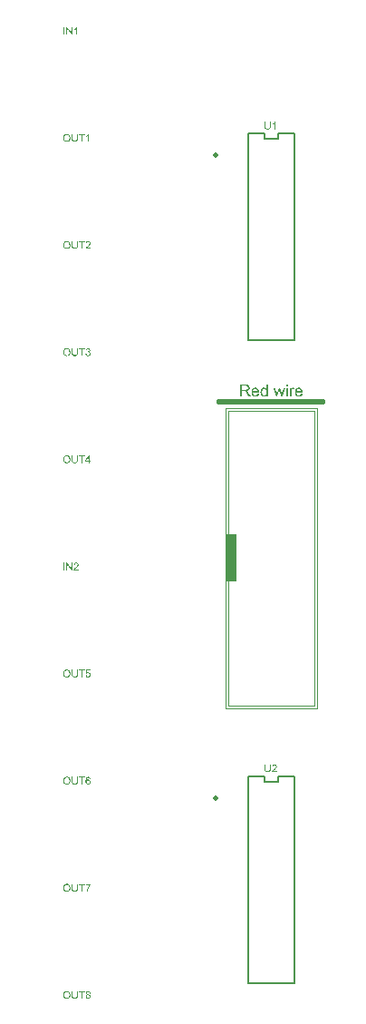
<source format=gto>
%FSLAX33Y33*%
%MOMM*%
%AMRR-H508000-W10160000-R152400-RO0.000*
21,1,9.8552,0.508,0.,0.,360*
21,1,10.16,0.2032,0.,0.,360*
1,1,0.3048,-4.9276,0.1016*
1,1,0.3048,4.9276,0.1016*
1,1,0.3048,4.9276,-0.1016*
1,1,0.3048,-4.9276,-0.1016*%
%ADD10C,0.15*%
%ADD11C,0.5*%
%ADD12C,0.1*%
%ADD13R,1.X4.5*%
%ADD14RR-H508000-W10160000-R152400-RO0.000*%
D10*
%LNtop silkscreen_traces*%
%LNtop silkscreen component 4c3a839cc4dba6ed*%
G36*
G01*
X0548Y9249D02*
X0554Y9333D01*
X0572Y9408D01*
X0602Y9472D01*
X0644Y9528D01*
X0695Y9572D01*
X0754Y9603D01*
X0819Y9622D01*
X0891Y9629D01*
X0939Y9626D01*
X0985Y9617D01*
X1029Y9602D01*
X1070Y9581D01*
X1107Y9555D01*
X1140Y9524D01*
X1168Y9489D01*
X1191Y9449D01*
X1209Y9405D01*
X1222Y9359D01*
X1230Y9309D01*
X1233Y9257D01*
X1230Y9204D01*
X1222Y9154D01*
X1208Y9107D01*
X1189Y9062D01*
X1165Y9022D01*
X1136Y8987D01*
X1102Y8957D01*
X1064Y8932D01*
X1023Y8913D01*
X0981Y8899D01*
X0956Y8894D01*
X0941Y8974D01*
X0988Y8988D01*
X1029Y9011D01*
X1066Y9044D01*
X1096Y9086D01*
X1118Y9135D01*
X1131Y9192D01*
X1135Y9257D01*
X1133Y9300D01*
X1128Y9339D01*
X1119Y9376D01*
X1106Y9410D01*
X1089Y9441D01*
X1069Y9468D01*
X1046Y9491D01*
X1019Y9511D01*
X0990Y9527D01*
X0959Y9538D01*
X0926Y9545D01*
X0892Y9547D01*
X0843Y9543D01*
X0798Y9530D01*
X0757Y9508D01*
X0719Y9478D01*
X0687Y9438D01*
X0664Y9386D01*
X0651Y9322D01*
X0646Y9247D01*
X0646Y9247D01*
X0650Y9186D01*
X0663Y9132D01*
X0685Y9084D01*
X0716Y9043D01*
X0753Y9011D01*
X0794Y8987D01*
X0840Y8974D01*
X0890Y8969D01*
X0941Y8974D01*
X0956Y8894D01*
X0936Y8891D01*
X0891Y8888D01*
X0841Y8891D01*
X0795Y8900D01*
X0751Y8915D01*
X0710Y8937D01*
X0673Y8963D01*
X0640Y8994D01*
X0612Y9030D01*
X0589Y9070D01*
X0571Y9113D01*
X0559Y9157D01*
X0551Y9202D01*
X0548Y9249D01*
X0548Y9249D01*
X1825Y9616D02*
X1919Y9616D01*
X1919Y9202D01*
X1918Y9151D01*
X1913Y9105D01*
X1906Y9065D01*
X1895Y9031D01*
X1880Y9001D01*
X1861Y8973D01*
X1836Y8949D01*
X1807Y8928D01*
X1773Y8910D01*
X1733Y8898D01*
X1689Y8890D01*
X1640Y8888D01*
X1592Y8890D01*
X1548Y8896D01*
X1509Y8907D01*
X1475Y8922D01*
X1445Y8942D01*
X1420Y8965D01*
X1400Y8992D01*
X1384Y9023D01*
X1372Y9059D01*
X1363Y9101D01*
X1358Y9148D01*
X1356Y9202D01*
X1356Y9616D01*
X1451Y9616D01*
X1451Y9203D01*
X1452Y9159D01*
X1456Y9122D01*
X1461Y9090D01*
X1469Y9065D01*
X1479Y9044D01*
X1492Y9026D01*
X1509Y9010D01*
X1528Y8997D01*
X1550Y8987D01*
X1575Y8979D01*
X1602Y8975D01*
X1631Y8973D01*
X1680Y8976D01*
X1721Y8985D01*
X1754Y9000D01*
X1780Y9021D01*
X1800Y9050D01*
X1814Y9090D01*
X1822Y9141D01*
X1825Y9203D01*
X1825Y9616D01*
X1825Y9616D01*
X2259Y8900D02*
X2259Y9531D01*
X2023Y9531D01*
X2023Y9616D01*
X2591Y9616D01*
X2591Y9531D01*
X2354Y9531D01*
X2354Y8900D01*
X2259Y8900D01*
X2259Y8900D01*
X2788Y9288D02*
X2816Y9233D01*
X2804Y9227D01*
X2782Y9209D01*
X2765Y9187D01*
X2752Y9163D01*
X2744Y9136D01*
X2742Y9107D01*
X2742Y9107D01*
X2743Y9088D01*
X2746Y9070D01*
X2752Y9052D01*
X2760Y9034D01*
X2770Y9017D01*
X2782Y9003D01*
X2796Y8990D01*
X2813Y8979D01*
X2830Y8971D01*
X2849Y8965D01*
X2868Y8961D01*
X2888Y8960D01*
X2918Y8963D01*
X2946Y8970D01*
X2970Y8983D01*
X2992Y9001D01*
X3010Y9022D01*
X3023Y9047D01*
X3031Y9074D01*
X3033Y9104D01*
X3031Y9134D01*
X3023Y9162D01*
X3009Y9186D01*
X2991Y9209D01*
X2969Y9227D01*
X2943Y9240D01*
X2916Y9248D01*
X2885Y9250D01*
X2856Y9248D01*
X2829Y9240D01*
X2816Y9233D01*
X2788Y9288D01*
X2820Y9340D01*
X2840Y9330D01*
X2863Y9324D01*
X2888Y9322D01*
X2912Y9324D01*
X2934Y9330D01*
X2954Y9340D01*
X2971Y9354D01*
X2985Y9371D01*
X2995Y9389D01*
X3001Y9410D01*
X3003Y9432D01*
X3001Y9455D01*
X2995Y9477D01*
X2985Y9496D01*
X2970Y9514D01*
X2952Y9528D01*
X2932Y9538D01*
X2911Y9544D01*
X2887Y9546D01*
X2863Y9544D01*
X2841Y9538D01*
X2821Y9528D01*
X2803Y9514D01*
X2789Y9497D01*
X2778Y9479D01*
X2772Y9459D01*
X2770Y9437D01*
X2770Y9437D01*
X2772Y9413D01*
X2778Y9391D01*
X2788Y9371D01*
X2803Y9354D01*
X2820Y9340D01*
X2788Y9288D01*
X2762Y9299D01*
X2740Y9312D01*
X2722Y9328D01*
X2707Y9345D01*
X2695Y9365D01*
X2687Y9386D01*
X2682Y9409D01*
X2680Y9434D01*
X2684Y9472D01*
X2694Y9506D01*
X2712Y9537D01*
X2736Y9566D01*
X2767Y9589D01*
X2802Y9605D01*
X2841Y9615D01*
X2886Y9619D01*
X2930Y9615D01*
X2970Y9605D01*
X3006Y9588D01*
X3037Y9564D01*
X3062Y9536D01*
X3079Y9504D01*
X3090Y9469D01*
X3094Y9432D01*
X3092Y9408D01*
X3087Y9385D01*
X3079Y9364D01*
X3068Y9345D01*
X3053Y9328D01*
X3035Y9312D01*
X3013Y9299D01*
X2988Y9288D01*
X3019Y9276D01*
X3046Y9260D01*
X3069Y9241D01*
X3089Y9219D01*
X3104Y9194D01*
X3114Y9166D01*
X3121Y9137D01*
X3123Y9105D01*
X3119Y9061D01*
X3107Y9020D01*
X3087Y8983D01*
X3058Y8950D01*
X3023Y8923D01*
X2983Y8903D01*
X2938Y8892D01*
X2887Y8888D01*
X2837Y8892D01*
X2792Y8903D01*
X2751Y8923D01*
X2716Y8951D01*
X2688Y8984D01*
X2668Y9021D01*
X2655Y9062D01*
X2651Y9107D01*
X2654Y9141D01*
X2660Y9171D01*
X2671Y9199D01*
X2687Y9224D01*
X2706Y9246D01*
X2730Y9264D01*
X2757Y9278D01*
X2788Y9288D01*
X2788Y9288D01*
G37*
%LNtop silkscreen component ba0877bb6bc26cf2*%
G36*
X0548Y39249D02*
X0554Y39333D01*
X0572Y39408D01*
X0602Y39472D01*
X0644Y39528D01*
X0695Y39572D01*
X0754Y39603D01*
X0819Y39622D01*
X0891Y39629D01*
X0939Y39626D01*
X0985Y39617D01*
X1029Y39602D01*
X1070Y39581D01*
X1107Y39555D01*
X1140Y39524D01*
X1168Y39489D01*
X1191Y39449D01*
X1209Y39405D01*
X1222Y39359D01*
X1230Y39309D01*
X1233Y39257D01*
X1230Y39204D01*
X1222Y39154D01*
X1208Y39107D01*
X1189Y39062D01*
X1165Y39022D01*
X1136Y38987D01*
X1102Y38957D01*
X1064Y38932D01*
X1023Y38913D01*
X0981Y38899D01*
X0956Y38894D01*
X0941Y38974D01*
X0988Y38988D01*
X1029Y39011D01*
X1066Y39044D01*
X1096Y39086D01*
X1118Y39135D01*
X1131Y39192D01*
X1135Y39257D01*
X1133Y39300D01*
X1128Y39339D01*
X1119Y39376D01*
X1106Y39410D01*
X1089Y39441D01*
X1069Y39468D01*
X1046Y39491D01*
X1019Y39511D01*
X0990Y39527D01*
X0959Y39538D01*
X0926Y39545D01*
X0892Y39547D01*
X0843Y39543D01*
X0798Y39530D01*
X0757Y39508D01*
X0719Y39478D01*
X0687Y39438D01*
X0664Y39386D01*
X0651Y39322D01*
X0646Y39247D01*
X0646Y39247D01*
X0650Y39186D01*
X0663Y39132D01*
X0685Y39084D01*
X0716Y39043D01*
X0753Y39011D01*
X0794Y38987D01*
X0840Y38974D01*
X0890Y38969D01*
X0941Y38974D01*
X0956Y38894D01*
X0936Y38891D01*
X0891Y38888D01*
X0841Y38891D01*
X0795Y38900D01*
X0751Y38915D01*
X0710Y38937D01*
X0673Y38963D01*
X0640Y38994D01*
X0612Y39030D01*
X0589Y39070D01*
X0571Y39113D01*
X0559Y39157D01*
X0551Y39202D01*
X0548Y39249D01*
X0548Y39249D01*
X1825Y39616D02*
X1919Y39616D01*
X1919Y39202D01*
X1918Y39151D01*
X1913Y39105D01*
X1906Y39065D01*
X1895Y39031D01*
X1880Y39001D01*
X1861Y38973D01*
X1836Y38949D01*
X1807Y38928D01*
X1773Y38910D01*
X1733Y38898D01*
X1689Y38890D01*
X1640Y38888D01*
X1592Y38890D01*
X1548Y38896D01*
X1509Y38907D01*
X1475Y38922D01*
X1445Y38942D01*
X1420Y38965D01*
X1400Y38992D01*
X1384Y39023D01*
X1372Y39059D01*
X1363Y39100D01*
X1358Y39148D01*
X1356Y39202D01*
X1356Y39616D01*
X1451Y39616D01*
X1451Y39203D01*
X1452Y39159D01*
X1456Y39122D01*
X1461Y39090D01*
X1469Y39065D01*
X1479Y39044D01*
X1492Y39026D01*
X1509Y39010D01*
X1528Y38997D01*
X1550Y38987D01*
X1575Y38979D01*
X1602Y38975D01*
X1631Y38973D01*
X1680Y38976D01*
X1721Y38985D01*
X1754Y39000D01*
X1780Y39021D01*
X1800Y39050D01*
X1814Y39090D01*
X1822Y39141D01*
X1825Y39203D01*
X1825Y39616D01*
X1825Y39616D01*
X2259Y38900D02*
X2259Y39531D01*
X2023Y39531D01*
X2023Y39616D01*
X2591Y39616D01*
X2591Y39531D01*
X2354Y39531D01*
X2354Y38900D01*
X2259Y38900D01*
X2259Y38900D01*
X2652Y39087D02*
X2745Y39095D01*
X2751Y39064D01*
X2762Y39036D01*
X2775Y39013D01*
X2792Y38994D01*
X2812Y38979D01*
X2833Y38969D01*
X2857Y38962D01*
X2882Y38960D01*
X2913Y38963D01*
X2941Y38972D01*
X2967Y38987D01*
X2990Y39008D01*
X3009Y39034D01*
X3023Y39064D01*
X3031Y39097D01*
X3034Y39135D01*
X3031Y39170D01*
X3023Y39202D01*
X3010Y39230D01*
X2991Y39254D01*
X2969Y39273D01*
X2943Y39286D01*
X2913Y39294D01*
X2881Y39297D01*
X2860Y39296D01*
X2840Y39292D01*
X2822Y39286D01*
X2804Y39278D01*
X2788Y39267D01*
X2774Y39256D01*
X2761Y39242D01*
X2750Y39228D01*
X2668Y39238D01*
X2737Y39606D01*
X3093Y39606D01*
X3093Y39522D01*
X2808Y39522D01*
X2769Y39330D01*
X2802Y39349D01*
X2835Y39363D01*
X2869Y39372D01*
X2904Y39375D01*
X2949Y39371D01*
X2991Y39358D01*
X3028Y39338D01*
X3063Y39310D01*
X3091Y39275D01*
X3111Y39235D01*
X3123Y39191D01*
X3127Y39143D01*
X3123Y39096D01*
X3113Y39052D01*
X3095Y39012D01*
X3070Y38975D01*
X3033Y38937D01*
X2989Y38910D01*
X2939Y38893D01*
X2882Y38888D01*
X2836Y38891D01*
X2794Y38901D01*
X2756Y38919D01*
X2723Y38942D01*
X2695Y38972D01*
X2674Y39006D01*
X2660Y39045D01*
X2652Y39087D01*
X2652Y39087D01*
G37*
%LNtop silkscreen component 9071adfbe8ae3b6c*%
G36*
X0548Y79249D02*
X0554Y79333D01*
X0572Y79408D01*
X0602Y79472D01*
X0644Y79528D01*
X0695Y79572D01*
X0754Y79603D01*
X0819Y79622D01*
X0891Y79629D01*
X0939Y79626D01*
X0985Y79617D01*
X1029Y79602D01*
X1070Y79581D01*
X1107Y79555D01*
X1140Y79524D01*
X1168Y79489D01*
X1191Y79449D01*
X1209Y79405D01*
X1222Y79359D01*
X1230Y79309D01*
X1233Y79257D01*
X1230Y79204D01*
X1222Y79154D01*
X1208Y79107D01*
X1189Y79062D01*
X1165Y79022D01*
X1136Y78987D01*
X1102Y78957D01*
X1064Y78932D01*
X1023Y78913D01*
X0981Y78899D01*
X0956Y78894D01*
X0941Y78974D01*
X0988Y78988D01*
X1029Y79011D01*
X1066Y79044D01*
X1096Y79086D01*
X1118Y79135D01*
X1131Y79192D01*
X1135Y79257D01*
X1133Y79300D01*
X1128Y79339D01*
X1119Y79376D01*
X1106Y79410D01*
X1089Y79441D01*
X1069Y79468D01*
X1046Y79491D01*
X1019Y79511D01*
X0990Y79527D01*
X0959Y79538D01*
X0926Y79545D01*
X0892Y79547D01*
X0843Y79543D01*
X0798Y79530D01*
X0757Y79508D01*
X0719Y79478D01*
X0687Y79438D01*
X0664Y79386D01*
X0651Y79322D01*
X0646Y79247D01*
X0646Y79247D01*
X0650Y79186D01*
X0663Y79132D01*
X0685Y79084D01*
X0716Y79043D01*
X0753Y79011D01*
X0794Y78987D01*
X0840Y78974D01*
X0890Y78969D01*
X0941Y78974D01*
X0956Y78894D01*
X0936Y78891D01*
X0891Y78888D01*
X0841Y78891D01*
X0795Y78900D01*
X0751Y78915D01*
X0710Y78937D01*
X0673Y78963D01*
X0640Y78994D01*
X0612Y79030D01*
X0589Y79070D01*
X0571Y79113D01*
X0559Y79157D01*
X0551Y79202D01*
X0548Y79249D01*
X0548Y79249D01*
X1825Y79616D02*
X1919Y79616D01*
X1919Y79202D01*
X1918Y79151D01*
X1913Y79105D01*
X1906Y79065D01*
X1895Y79031D01*
X1880Y79001D01*
X1861Y78973D01*
X1836Y78949D01*
X1807Y78928D01*
X1773Y78910D01*
X1733Y78898D01*
X1689Y78890D01*
X1640Y78888D01*
X1592Y78890D01*
X1548Y78896D01*
X1509Y78907D01*
X1475Y78922D01*
X1445Y78942D01*
X1420Y78965D01*
X1400Y78992D01*
X1384Y79023D01*
X1372Y79059D01*
X1363Y79100D01*
X1358Y79148D01*
X1356Y79202D01*
X1356Y79616D01*
X1451Y79616D01*
X1451Y79203D01*
X1452Y79159D01*
X1456Y79122D01*
X1461Y79090D01*
X1469Y79065D01*
X1479Y79044D01*
X1492Y79026D01*
X1509Y79010D01*
X1528Y78997D01*
X1550Y78987D01*
X1575Y78979D01*
X1602Y78975D01*
X1631Y78973D01*
X1680Y78976D01*
X1721Y78985D01*
X1754Y79000D01*
X1780Y79021D01*
X1800Y79050D01*
X1814Y79090D01*
X1822Y79141D01*
X1825Y79203D01*
X1825Y79616D01*
X1825Y79616D01*
X2259Y78900D02*
X2259Y79531D01*
X2023Y79531D01*
X2023Y79616D01*
X2591Y79616D01*
X2591Y79531D01*
X2354Y79531D01*
X2354Y78900D01*
X2259Y78900D01*
X2259Y78900D01*
X3114Y78984D02*
X3114Y78900D01*
X2641Y78900D01*
X2641Y78916D01*
X2643Y78931D01*
X2647Y78946D01*
X2651Y78961D01*
X2662Y78985D01*
X2675Y79009D01*
X2691Y79033D01*
X2709Y79056D01*
X2731Y79081D01*
X2758Y79107D01*
X2789Y79135D01*
X2824Y79165D01*
X2878Y79210D01*
X2922Y79250D01*
X2957Y79286D01*
X2982Y79316D01*
X3000Y79344D01*
X3013Y79371D01*
X3020Y79397D01*
X3023Y79422D01*
X3021Y79447D01*
X3014Y79470D01*
X3002Y79491D01*
X2986Y79510D01*
X2966Y79526D01*
X2943Y79537D01*
X2917Y79544D01*
X2888Y79546D01*
X2858Y79544D01*
X2831Y79536D01*
X2807Y79525D01*
X2787Y79508D01*
X2770Y79487D01*
X2758Y79462D01*
X2751Y79434D01*
X2748Y79402D01*
X2658Y79412D01*
X2666Y79459D01*
X2680Y79501D01*
X2700Y79536D01*
X2728Y79566D01*
X2760Y79589D01*
X2798Y79606D01*
X2842Y79615D01*
X2890Y79619D01*
X2939Y79615D01*
X2982Y79604D01*
X3021Y79587D01*
X3053Y79562D01*
X3080Y79531D01*
X3098Y79498D01*
X3110Y79461D01*
X3113Y79420D01*
X3112Y79399D01*
X3109Y79377D01*
X3103Y79356D01*
X3096Y79336D01*
X3085Y79315D01*
X3072Y79293D01*
X3056Y79271D01*
X3037Y79248D01*
X3014Y79223D01*
X2983Y79194D01*
X2946Y79160D01*
X2902Y79122D01*
X2866Y79092D01*
X2837Y79066D01*
X2815Y79047D01*
X2800Y79032D01*
X2790Y79020D01*
X2780Y79008D01*
X2771Y78996D01*
X2763Y78984D01*
X3114Y78984D01*
X3114Y78984D01*
G37*
%LNtop silkscreen component c93c00dc5441e820*%
G36*
X0593Y48900D02*
X0593Y49616D01*
X0688Y49616D01*
X0688Y48900D01*
X0593Y48900D01*
X0593Y48900D01*
X0854Y48900D02*
X0854Y49616D01*
X0951Y49616D01*
X1327Y49054D01*
X1327Y49616D01*
X1418Y49616D01*
X1418Y48900D01*
X1321Y48900D01*
X0945Y49462D01*
X0945Y48900D01*
X0854Y48900D01*
X0854Y48900D01*
X2003Y48984D02*
X2003Y48900D01*
X1530Y48900D01*
X1531Y48916D01*
X1532Y48931D01*
X1536Y48946D01*
X1541Y48961D01*
X1551Y48985D01*
X1564Y49009D01*
X1580Y49033D01*
X1598Y49056D01*
X1620Y49081D01*
X1647Y49107D01*
X1678Y49135D01*
X1713Y49165D01*
X1767Y49210D01*
X1811Y49250D01*
X1846Y49286D01*
X1871Y49316D01*
X1889Y49344D01*
X1902Y49371D01*
X1910Y49397D01*
X1912Y49422D01*
X1910Y49447D01*
X1903Y49470D01*
X1891Y49491D01*
X1875Y49510D01*
X1855Y49526D01*
X1832Y49537D01*
X1806Y49544D01*
X1777Y49546D01*
X1747Y49544D01*
X1720Y49536D01*
X1696Y49525D01*
X1676Y49508D01*
X1659Y49487D01*
X1647Y49462D01*
X1640Y49434D01*
X1637Y49402D01*
X1547Y49412D01*
X1555Y49459D01*
X1569Y49501D01*
X1590Y49536D01*
X1617Y49566D01*
X1650Y49589D01*
X1688Y49606D01*
X1731Y49615D01*
X1779Y49619D01*
X1828Y49615D01*
X1872Y49604D01*
X1910Y49587D01*
X1942Y49562D01*
X1969Y49531D01*
X1987Y49498D01*
X1999Y49461D01*
X2002Y49420D01*
X2001Y49399D01*
X1998Y49377D01*
X1993Y49356D01*
X1985Y49336D01*
X1975Y49315D01*
X1961Y49293D01*
X1945Y49271D01*
X1927Y49248D01*
X1903Y49223D01*
X1872Y49194D01*
X1835Y49160D01*
X1791Y49122D01*
X1755Y49092D01*
X1726Y49066D01*
X1704Y49047D01*
X1689Y49032D01*
X1679Y49020D01*
X1669Y49008D01*
X1660Y48996D01*
X1652Y48984D01*
X2003Y48984D01*
X2003Y48984D01*
G37*
%LNtop silkscreen component 516a5c75c69ad2a6*%
G36*
X0548Y69249D02*
X0554Y69333D01*
X0572Y69408D01*
X0602Y69472D01*
X0644Y69528D01*
X0695Y69572D01*
X0754Y69603D01*
X0819Y69622D01*
X0891Y69629D01*
X0939Y69626D01*
X0985Y69617D01*
X1029Y69602D01*
X1070Y69581D01*
X1107Y69555D01*
X1140Y69524D01*
X1168Y69489D01*
X1191Y69449D01*
X1209Y69405D01*
X1222Y69359D01*
X1230Y69309D01*
X1233Y69257D01*
X1230Y69204D01*
X1222Y69154D01*
X1208Y69107D01*
X1189Y69062D01*
X1165Y69022D01*
X1136Y68987D01*
X1102Y68957D01*
X1064Y68932D01*
X1023Y68913D01*
X0981Y68899D01*
X0956Y68894D01*
X0941Y68974D01*
X0988Y68988D01*
X1029Y69011D01*
X1066Y69044D01*
X1096Y69086D01*
X1118Y69135D01*
X1131Y69192D01*
X1135Y69257D01*
X1133Y69300D01*
X1128Y69339D01*
X1119Y69376D01*
X1106Y69410D01*
X1089Y69441D01*
X1069Y69468D01*
X1046Y69491D01*
X1019Y69511D01*
X0990Y69527D01*
X0959Y69538D01*
X0926Y69545D01*
X0892Y69547D01*
X0843Y69543D01*
X0798Y69530D01*
X0757Y69508D01*
X0719Y69478D01*
X0687Y69438D01*
X0664Y69386D01*
X0651Y69322D01*
X0646Y69247D01*
X0646Y69247D01*
X0650Y69186D01*
X0663Y69132D01*
X0685Y69084D01*
X0716Y69043D01*
X0753Y69011D01*
X0794Y68987D01*
X0840Y68974D01*
X0890Y68969D01*
X0941Y68974D01*
X0956Y68894D01*
X0936Y68891D01*
X0891Y68888D01*
X0841Y68891D01*
X0795Y68900D01*
X0751Y68915D01*
X0710Y68937D01*
X0673Y68963D01*
X0640Y68994D01*
X0612Y69030D01*
X0589Y69070D01*
X0571Y69113D01*
X0559Y69157D01*
X0551Y69202D01*
X0548Y69249D01*
X0548Y69249D01*
X1825Y69616D02*
X1919Y69616D01*
X1919Y69202D01*
X1918Y69151D01*
X1913Y69105D01*
X1906Y69065D01*
X1895Y69031D01*
X1880Y69001D01*
X1861Y68973D01*
X1836Y68949D01*
X1807Y68928D01*
X1773Y68910D01*
X1733Y68898D01*
X1689Y68890D01*
X1640Y68888D01*
X1592Y68890D01*
X1548Y68896D01*
X1509Y68907D01*
X1475Y68922D01*
X1445Y68942D01*
X1420Y68965D01*
X1400Y68992D01*
X1384Y69023D01*
X1372Y69059D01*
X1363Y69100D01*
X1358Y69148D01*
X1356Y69202D01*
X1356Y69616D01*
X1451Y69616D01*
X1451Y69203D01*
X1452Y69159D01*
X1456Y69122D01*
X1461Y69090D01*
X1469Y69065D01*
X1479Y69044D01*
X1492Y69026D01*
X1509Y69010D01*
X1528Y68997D01*
X1550Y68987D01*
X1575Y68979D01*
X1602Y68975D01*
X1631Y68973D01*
X1680Y68976D01*
X1721Y68985D01*
X1754Y69000D01*
X1780Y69021D01*
X1800Y69050D01*
X1814Y69090D01*
X1822Y69141D01*
X1825Y69203D01*
X1825Y69616D01*
X1825Y69616D01*
X2259Y68900D02*
X2259Y69531D01*
X2023Y69531D01*
X2023Y69616D01*
X2591Y69616D01*
X2591Y69531D01*
X2354Y69531D01*
X2354Y68900D01*
X2259Y68900D01*
X2259Y68900D01*
X2653Y69089D02*
X2741Y69101D01*
X2750Y69066D01*
X2761Y69036D01*
X2775Y69012D01*
X2792Y68993D01*
X2811Y68979D01*
X2833Y68968D01*
X2856Y68962D01*
X2881Y68960D01*
X2911Y68963D01*
X2938Y68971D01*
X2963Y68984D01*
X2986Y69003D01*
X3004Y69026D01*
X3018Y69051D01*
X3026Y69079D01*
X3028Y69109D01*
X3026Y69138D01*
X3018Y69165D01*
X3006Y69188D01*
X2989Y69209D01*
X2968Y69227D01*
X2944Y69239D01*
X2917Y69246D01*
X2888Y69249D01*
X2875Y69248D01*
X2860Y69246D01*
X2844Y69243D01*
X2826Y69239D01*
X2836Y69316D01*
X2840Y69316D01*
X2844Y69315D01*
X2847Y69315D01*
X2850Y69315D01*
X2877Y69317D01*
X2903Y69322D01*
X2928Y69332D01*
X2951Y69344D01*
X2971Y69361D01*
X2985Y69382D01*
X2993Y69406D01*
X2996Y69435D01*
X2994Y69458D01*
X2988Y69479D01*
X2978Y69498D01*
X2963Y69515D01*
X2946Y69529D01*
X2926Y69539D01*
X2904Y69544D01*
X2879Y69546D01*
X2854Y69544D01*
X2832Y69538D01*
X2812Y69528D01*
X2793Y69514D01*
X2778Y69496D01*
X2765Y69474D01*
X2756Y69448D01*
X2750Y69418D01*
X2662Y69433D01*
X2672Y69475D01*
X2688Y69512D01*
X2709Y69543D01*
X2735Y69570D01*
X2765Y69591D01*
X2799Y69607D01*
X2836Y69616D01*
X2877Y69619D01*
X2906Y69617D01*
X2933Y69612D01*
X2960Y69605D01*
X2985Y69594D01*
X3008Y69580D01*
X3028Y69564D01*
X3046Y69546D01*
X3060Y69525D01*
X3072Y69503D01*
X3080Y69480D01*
X3085Y69457D01*
X3086Y69433D01*
X3085Y69410D01*
X3080Y69388D01*
X3072Y69368D01*
X3062Y69348D01*
X3048Y69330D01*
X3031Y69314D01*
X3011Y69300D01*
X2988Y69288D01*
X3018Y69278D01*
X3044Y69265D01*
X3067Y69248D01*
X3086Y69227D01*
X3102Y69202D01*
X3113Y69175D01*
X3119Y69145D01*
X3122Y69111D01*
X3117Y69066D01*
X3104Y69025D01*
X3083Y68987D01*
X3053Y68952D01*
X3017Y68924D01*
X2976Y68904D01*
X2930Y68891D01*
X2880Y68887D01*
X2835Y68891D01*
X2794Y68901D01*
X2757Y68919D01*
X2724Y68943D01*
X2696Y68974D01*
X2675Y69008D01*
X2661Y69046D01*
X2653Y69089D01*
X2653Y69089D01*
G37*
%LNtop silkscreen component 5a50b965c9c32fba*%
X17825Y89653D02*
X17825Y70347D01*
X22175Y70347*
X22175Y89653*
X20621Y89653*
X20621Y89153*
X19379Y89153*
X19379Y89653*
X17825Y89653*
D11*
X14805Y87620D03*
G36*
X19852Y90768D02*
X19947Y90768D01*
X19947Y90355D01*
X19945Y90304D01*
X19940Y90258D01*
X19933Y90218D01*
X19922Y90183D01*
X19908Y90153D01*
X19888Y90126D01*
X19863Y90101D01*
X19834Y90080D01*
X19800Y90063D01*
X19760Y90050D01*
X19716Y90043D01*
X19667Y90040D01*
X19619Y90042D01*
X19575Y90049D01*
X19537Y90060D01*
X19502Y90075D01*
X19473Y90094D01*
X19447Y90117D01*
X19427Y90144D01*
X19411Y90175D01*
X19399Y90211D01*
X19390Y90253D01*
X19385Y90301D01*
X19384Y90355D01*
X19384Y90768D01*
X19478Y90768D01*
X19478Y90355D01*
X19479Y90312D01*
X19483Y90274D01*
X19488Y90243D01*
X19496Y90218D01*
X19506Y90197D01*
X19519Y90179D01*
X19536Y90163D01*
X19555Y90150D01*
X19578Y90139D01*
X19602Y90132D01*
X19629Y90127D01*
X19659Y90126D01*
X19707Y90129D01*
X19748Y90138D01*
X19781Y90152D01*
X19807Y90173D01*
X19827Y90202D01*
X19841Y90242D01*
X19849Y90293D01*
X19852Y90355D01*
X19852Y90768D01*
X19852Y90768D01*
X20400Y90052D02*
X20312Y90052D01*
X20312Y90613D01*
X20295Y90597D01*
X20275Y90582D01*
X20253Y90567D01*
X20229Y90552D01*
X20203Y90538D01*
X20180Y90526D01*
X20157Y90515D01*
X20136Y90507D01*
X20136Y90592D01*
X20172Y90610D01*
X20205Y90630D01*
X20236Y90652D01*
X20265Y90676D01*
X20291Y90700D01*
X20312Y90724D01*
X20330Y90748D01*
X20343Y90771D01*
X20400Y90771D01*
X20400Y90052D01*
X20400Y90052D01*
G37*
%LNtop silkscreen component ae39ba31ac976df4*%
G36*
X0593Y98900D02*
X0593Y99616D01*
X0688Y99616D01*
X0688Y98900D01*
X0593Y98900D01*
X0593Y98900D01*
X0854Y98900D02*
X0854Y99616D01*
X0951Y99616D01*
X1327Y99054D01*
X1327Y99616D01*
X1418Y99616D01*
X1418Y98900D01*
X1321Y98900D01*
X0945Y99463D01*
X0945Y98900D01*
X0854Y98900D01*
X0854Y98900D01*
X1873Y98900D02*
X1785Y98900D01*
X1785Y99460D01*
X1768Y99445D01*
X1748Y99430D01*
X1726Y99415D01*
X1701Y99400D01*
X1676Y99385D01*
X1653Y99373D01*
X1630Y99363D01*
X1609Y99354D01*
X1609Y99439D01*
X1645Y99457D01*
X1678Y99477D01*
X1709Y99499D01*
X1738Y99523D01*
X1763Y99548D01*
X1785Y99572D01*
X1802Y99595D01*
X1816Y99619D01*
X1873Y99619D01*
X1873Y98900D01*
X1873Y98900D01*
G37*
%LNtop silkscreen component 200ab983de98e639*%
D10*
X17825Y29652D02*
X17825Y10348D01*
X22175Y10348*
X22175Y29652*
X20621Y29652*
X20621Y29152*
X19379Y29152*
X19379Y29652*
X17825Y29652*
D11*
X14805Y27620D03*
G36*
X19852Y30768D02*
X19947Y30768D01*
X19947Y30355D01*
X19945Y30304D01*
X19940Y30258D01*
X19933Y30218D01*
X19922Y30183D01*
X19908Y30153D01*
X19888Y30126D01*
X19863Y30101D01*
X19834Y30080D01*
X19800Y30063D01*
X19760Y30050D01*
X19716Y30043D01*
X19667Y30040D01*
X19619Y30042D01*
X19575Y30049D01*
X19537Y30060D01*
X19502Y30075D01*
X19473Y30094D01*
X19447Y30117D01*
X19427Y30144D01*
X19411Y30175D01*
X19399Y30211D01*
X19390Y30253D01*
X19385Y30301D01*
X19384Y30355D01*
X19384Y30768D01*
X19478Y30768D01*
X19478Y30355D01*
X19479Y30312D01*
X19483Y30274D01*
X19488Y30243D01*
X19496Y30218D01*
X19506Y30197D01*
X19519Y30179D01*
X19536Y30163D01*
X19555Y30150D01*
X19578Y30139D01*
X19602Y30132D01*
X19629Y30127D01*
X19659Y30126D01*
X19707Y30129D01*
X19748Y30138D01*
X19781Y30152D01*
X19807Y30173D01*
X19827Y30202D01*
X19841Y30242D01*
X19849Y30293D01*
X19852Y30355D01*
X19852Y30768D01*
X19852Y30768D01*
X20531Y30137D02*
X20531Y30052D01*
X20057Y30052D01*
X20058Y30068D01*
X20060Y30084D01*
X20063Y30099D01*
X20068Y30114D01*
X20078Y30138D01*
X20091Y30162D01*
X20107Y30185D01*
X20126Y30209D01*
X20148Y30233D01*
X20174Y30259D01*
X20205Y30287D01*
X20241Y30317D01*
X20294Y30363D01*
X20338Y30403D01*
X20373Y30438D01*
X20398Y30469D01*
X20416Y30496D01*
X20429Y30523D01*
X20437Y30549D01*
X20439Y30574D01*
X20437Y30600D01*
X20430Y30623D01*
X20418Y30644D01*
X20402Y30663D01*
X20382Y30678D01*
X20359Y30690D01*
X20333Y30696D01*
X20305Y30698D01*
X20274Y30696D01*
X20247Y30689D01*
X20224Y30677D01*
X20203Y30660D01*
X20186Y30640D01*
X20174Y30615D01*
X20167Y30587D01*
X20164Y30555D01*
X20074Y30564D01*
X20082Y30612D01*
X20096Y30653D01*
X20117Y30689D01*
X20144Y30718D01*
X20177Y30741D01*
X20215Y30758D01*
X20258Y30768D01*
X20306Y30771D01*
X20355Y30768D01*
X20399Y30757D01*
X20437Y30739D01*
X20470Y30714D01*
X20496Y30684D01*
X20515Y30650D01*
X20526Y30613D01*
X20530Y30573D01*
X20529Y30551D01*
X20525Y30530D01*
X20520Y30509D01*
X20512Y30488D01*
X20502Y30467D01*
X20489Y30445D01*
X20473Y30423D01*
X20454Y30401D01*
X20430Y30376D01*
X20399Y30346D01*
X20362Y30313D01*
X20318Y30275D01*
X20282Y30244D01*
X20253Y30219D01*
X20231Y30199D01*
X20217Y30185D01*
X20206Y30173D01*
X20196Y30161D01*
X20187Y30149D01*
X20180Y30137D01*
X20531Y30137D01*
X20531Y30137D01*
G37*
%LNtop silkscreen component 2ec5409f7aeb9a08*%
G36*
X0548Y29249D02*
X0554Y29333D01*
X0572Y29408D01*
X0602Y29472D01*
X0644Y29528D01*
X0695Y29572D01*
X0754Y29603D01*
X0819Y29622D01*
X0891Y29629D01*
X0939Y29626D01*
X0985Y29617D01*
X1029Y29602D01*
X1070Y29581D01*
X1107Y29555D01*
X1140Y29524D01*
X1168Y29489D01*
X1191Y29449D01*
X1209Y29405D01*
X1222Y29359D01*
X1230Y29309D01*
X1233Y29257D01*
X1230Y29204D01*
X1222Y29154D01*
X1208Y29107D01*
X1189Y29062D01*
X1165Y29022D01*
X1136Y28987D01*
X1102Y28957D01*
X1064Y28932D01*
X1023Y28913D01*
X0981Y28899D01*
X0956Y28894D01*
X0941Y28974D01*
X0988Y28988D01*
X1029Y29011D01*
X1066Y29044D01*
X1096Y29086D01*
X1118Y29135D01*
X1131Y29192D01*
X1135Y29257D01*
X1133Y29300D01*
X1128Y29339D01*
X1119Y29376D01*
X1106Y29410D01*
X1089Y29441D01*
X1069Y29468D01*
X1046Y29491D01*
X1019Y29511D01*
X0990Y29527D01*
X0959Y29538D01*
X0926Y29545D01*
X0892Y29547D01*
X0843Y29543D01*
X0798Y29530D01*
X0757Y29508D01*
X0719Y29478D01*
X0687Y29438D01*
X0664Y29386D01*
X0651Y29322D01*
X0646Y29247D01*
X0646Y29247D01*
X0650Y29186D01*
X0663Y29132D01*
X0685Y29084D01*
X0716Y29043D01*
X0753Y29011D01*
X0794Y28987D01*
X0840Y28974D01*
X0890Y28969D01*
X0941Y28974D01*
X0956Y28894D01*
X0936Y28891D01*
X0891Y28888D01*
X0841Y28891D01*
X0795Y28900D01*
X0751Y28915D01*
X0710Y28937D01*
X0673Y28963D01*
X0640Y28994D01*
X0612Y29030D01*
X0589Y29070D01*
X0571Y29113D01*
X0559Y29157D01*
X0551Y29202D01*
X0548Y29249D01*
X0548Y29249D01*
X1825Y29616D02*
X1919Y29616D01*
X1919Y29202D01*
X1918Y29151D01*
X1913Y29105D01*
X1906Y29065D01*
X1895Y29031D01*
X1880Y29001D01*
X1861Y28973D01*
X1836Y28949D01*
X1807Y28928D01*
X1773Y28910D01*
X1733Y28898D01*
X1689Y28890D01*
X1640Y28888D01*
X1592Y28890D01*
X1548Y28896D01*
X1509Y28907D01*
X1475Y28922D01*
X1445Y28942D01*
X1420Y28965D01*
X1400Y28992D01*
X1384Y29023D01*
X1372Y29059D01*
X1363Y29101D01*
X1358Y29148D01*
X1356Y29202D01*
X1356Y29616D01*
X1451Y29616D01*
X1451Y29203D01*
X1452Y29159D01*
X1456Y29122D01*
X1461Y29090D01*
X1469Y29065D01*
X1479Y29044D01*
X1492Y29026D01*
X1509Y29010D01*
X1528Y28997D01*
X1550Y28987D01*
X1575Y28979D01*
X1602Y28975D01*
X1631Y28973D01*
X1680Y28976D01*
X1721Y28985D01*
X1754Y29000D01*
X1780Y29021D01*
X1800Y29050D01*
X1814Y29090D01*
X1822Y29141D01*
X1825Y29203D01*
X1825Y29616D01*
X1825Y29616D01*
X2259Y28900D02*
X2259Y29531D01*
X2023Y29531D01*
X2023Y29616D01*
X2591Y29616D01*
X2591Y29531D01*
X2354Y29531D01*
X2354Y28900D01*
X2259Y28900D01*
X2259Y28900D01*
X3108Y29441D02*
X3021Y29434D01*
X3015Y29458D01*
X3007Y29478D01*
X2998Y29495D01*
X2988Y29509D01*
X2969Y29525D01*
X2948Y29537D01*
X2925Y29544D01*
X2900Y29546D01*
X2880Y29545D01*
X2860Y29541D01*
X2843Y29533D01*
X2826Y29523D01*
X2807Y29506D01*
X2789Y29486D01*
X2774Y29462D01*
X2761Y29435D01*
X2750Y29403D01*
X2743Y29364D01*
X2738Y29320D01*
X2736Y29269D01*
X2782Y29233D01*
X2773Y29221D01*
X2760Y29195D01*
X2752Y29165D01*
X2750Y29132D01*
X2750Y29132D01*
X2751Y29109D01*
X2754Y29087D01*
X2760Y29066D01*
X2769Y29045D01*
X2779Y29026D01*
X2792Y29008D01*
X2806Y28994D01*
X2823Y28982D01*
X2840Y28972D01*
X2858Y28965D01*
X2877Y28961D01*
X2896Y28960D01*
X2922Y28963D01*
X2947Y28971D01*
X2970Y28985D01*
X2991Y29005D01*
X3009Y29029D01*
X3021Y29058D01*
X3029Y29090D01*
X3031Y29127D01*
X3029Y29162D01*
X3021Y29193D01*
X3009Y29221D01*
X2992Y29244D01*
X2971Y29263D01*
X2947Y29276D01*
X2921Y29284D01*
X2892Y29287D01*
X2863Y29284D01*
X2837Y29276D01*
X2813Y29263D01*
X2791Y29244D01*
X2782Y29233D01*
X2736Y29269D01*
X2753Y29292D01*
X2771Y29311D01*
X2791Y29328D01*
X2813Y29341D01*
X2837Y29351D01*
X2860Y29358D01*
X2885Y29363D01*
X2910Y29364D01*
X2952Y29360D01*
X2991Y29348D01*
X3027Y29328D01*
X3059Y29300D01*
X3086Y29265D01*
X3106Y29226D01*
X3117Y29181D01*
X3121Y29132D01*
X3119Y29099D01*
X3114Y29067D01*
X3105Y29037D01*
X3092Y29007D01*
X3076Y28980D01*
X3058Y28956D01*
X3036Y28936D01*
X3012Y28919D01*
X2986Y28905D01*
X2958Y28895D01*
X2928Y28890D01*
X2897Y28888D01*
X2845Y28893D01*
X2797Y28908D01*
X2755Y28933D01*
X2718Y28969D01*
X2687Y29016D01*
X2666Y29076D01*
X2653Y29149D01*
X2648Y29235D01*
X2653Y29332D01*
X2668Y29414D01*
X2692Y29483D01*
X2725Y29537D01*
X2761Y29573D01*
X2804Y29598D01*
X2852Y29614D01*
X2905Y29619D01*
X2946Y29616D01*
X2982Y29607D01*
X3015Y29592D01*
X3044Y29571D01*
X3068Y29545D01*
X3087Y29515D01*
X3100Y29480D01*
X3108Y29441D01*
X3108Y29441D01*
G37*
%LNtop silkscreen component 11c41314eb843edd*%
G36*
X0548Y19249D02*
X0554Y19333D01*
X0572Y19408D01*
X0602Y19472D01*
X0644Y19528D01*
X0695Y19572D01*
X0754Y19603D01*
X0819Y19622D01*
X0891Y19629D01*
X0939Y19626D01*
X0985Y19617D01*
X1029Y19602D01*
X1070Y19581D01*
X1107Y19555D01*
X1140Y19524D01*
X1168Y19489D01*
X1191Y19449D01*
X1209Y19405D01*
X1222Y19359D01*
X1230Y19309D01*
X1233Y19257D01*
X1230Y19204D01*
X1222Y19154D01*
X1208Y19107D01*
X1189Y19062D01*
X1165Y19022D01*
X1136Y18987D01*
X1102Y18957D01*
X1064Y18932D01*
X1023Y18913D01*
X0981Y18899D01*
X0956Y18894D01*
X0941Y18974D01*
X0988Y18988D01*
X1029Y19011D01*
X1066Y19044D01*
X1096Y19086D01*
X1118Y19135D01*
X1131Y19192D01*
X1135Y19257D01*
X1133Y19300D01*
X1128Y19339D01*
X1119Y19376D01*
X1106Y19410D01*
X1089Y19441D01*
X1069Y19468D01*
X1046Y19491D01*
X1019Y19511D01*
X0990Y19527D01*
X0959Y19538D01*
X0926Y19545D01*
X0892Y19547D01*
X0843Y19543D01*
X0798Y19530D01*
X0757Y19508D01*
X0719Y19478D01*
X0687Y19438D01*
X0664Y19386D01*
X0651Y19322D01*
X0646Y19247D01*
X0646Y19247D01*
X0650Y19186D01*
X0663Y19132D01*
X0685Y19084D01*
X0716Y19043D01*
X0753Y19011D01*
X0794Y18987D01*
X0840Y18974D01*
X0890Y18969D01*
X0941Y18974D01*
X0956Y18894D01*
X0936Y18891D01*
X0891Y18888D01*
X0841Y18891D01*
X0795Y18900D01*
X0751Y18915D01*
X0710Y18937D01*
X0673Y18963D01*
X0640Y18994D01*
X0612Y19030D01*
X0589Y19070D01*
X0571Y19113D01*
X0559Y19157D01*
X0551Y19202D01*
X0548Y19249D01*
X0548Y19249D01*
X1825Y19616D02*
X1919Y19616D01*
X1919Y19202D01*
X1918Y19151D01*
X1913Y19105D01*
X1906Y19065D01*
X1895Y19031D01*
X1880Y19001D01*
X1861Y18973D01*
X1836Y18949D01*
X1807Y18928D01*
X1773Y18910D01*
X1733Y18898D01*
X1689Y18890D01*
X1640Y18888D01*
X1592Y18890D01*
X1548Y18896D01*
X1509Y18907D01*
X1475Y18922D01*
X1445Y18942D01*
X1420Y18965D01*
X1400Y18992D01*
X1384Y19023D01*
X1372Y19059D01*
X1363Y19101D01*
X1358Y19148D01*
X1356Y19202D01*
X1356Y19616D01*
X1451Y19616D01*
X1451Y19203D01*
X1452Y19159D01*
X1456Y19122D01*
X1461Y19090D01*
X1469Y19065D01*
X1479Y19044D01*
X1492Y19026D01*
X1509Y19010D01*
X1528Y18997D01*
X1550Y18987D01*
X1575Y18979D01*
X1602Y18975D01*
X1631Y18973D01*
X1680Y18976D01*
X1721Y18985D01*
X1754Y19000D01*
X1780Y19021D01*
X1800Y19050D01*
X1814Y19090D01*
X1822Y19141D01*
X1825Y19203D01*
X1825Y19616D01*
X1825Y19616D01*
X2259Y18900D02*
X2259Y19531D01*
X2023Y19531D01*
X2023Y19616D01*
X2591Y19616D01*
X2591Y19531D01*
X2354Y19531D01*
X2354Y18900D01*
X2259Y18900D01*
X2259Y18900D01*
X2658Y19522D02*
X2658Y19607D01*
X3122Y19607D01*
X3122Y19538D01*
X3087Y19499D01*
X3054Y19453D01*
X3020Y19402D01*
X2986Y19345D01*
X2954Y19284D01*
X2927Y19223D01*
X2903Y19160D01*
X2882Y19097D01*
X2870Y19051D01*
X2861Y19003D01*
X2853Y18952D01*
X2849Y18900D01*
X2758Y18900D01*
X2761Y18944D01*
X2767Y18993D01*
X2778Y19046D01*
X2792Y19104D01*
X2809Y19163D01*
X2830Y19222D01*
X2855Y19279D01*
X2883Y19335D01*
X2913Y19388D01*
X2944Y19437D01*
X2976Y19482D01*
X3009Y19522D01*
X2658Y19522D01*
X2658Y19522D01*
G37*
%LNtop silkscreen component 987a67062850e8ba*%
G36*
X0548Y89249D02*
X0554Y89333D01*
X0572Y89408D01*
X0602Y89472D01*
X0644Y89528D01*
X0695Y89572D01*
X0754Y89603D01*
X0819Y89622D01*
X0891Y89629D01*
X0939Y89626D01*
X0985Y89617D01*
X1029Y89602D01*
X1070Y89581D01*
X1107Y89555D01*
X1140Y89524D01*
X1168Y89489D01*
X1191Y89449D01*
X1209Y89405D01*
X1222Y89359D01*
X1230Y89309D01*
X1233Y89257D01*
X1230Y89204D01*
X1222Y89154D01*
X1208Y89107D01*
X1189Y89062D01*
X1165Y89022D01*
X1136Y88987D01*
X1102Y88957D01*
X1064Y88932D01*
X1023Y88913D01*
X0981Y88899D01*
X0956Y88894D01*
X0941Y88974D01*
X0988Y88988D01*
X1029Y89011D01*
X1066Y89044D01*
X1096Y89086D01*
X1118Y89135D01*
X1131Y89192D01*
X1135Y89257D01*
X1133Y89300D01*
X1128Y89339D01*
X1119Y89376D01*
X1106Y89410D01*
X1089Y89441D01*
X1069Y89468D01*
X1046Y89491D01*
X1019Y89511D01*
X0990Y89527D01*
X0959Y89538D01*
X0926Y89545D01*
X0892Y89547D01*
X0843Y89543D01*
X0798Y89530D01*
X0757Y89508D01*
X0719Y89478D01*
X0687Y89438D01*
X0664Y89386D01*
X0651Y89322D01*
X0646Y89247D01*
X0646Y89247D01*
X0650Y89186D01*
X0663Y89132D01*
X0685Y89084D01*
X0716Y89043D01*
X0753Y89011D01*
X0794Y88987D01*
X0840Y88974D01*
X0890Y88969D01*
X0941Y88974D01*
X0956Y88894D01*
X0936Y88891D01*
X0891Y88888D01*
X0841Y88891D01*
X0795Y88900D01*
X0751Y88915D01*
X0710Y88937D01*
X0673Y88963D01*
X0640Y88994D01*
X0612Y89030D01*
X0589Y89070D01*
X0571Y89113D01*
X0559Y89157D01*
X0551Y89202D01*
X0548Y89249D01*
X0548Y89249D01*
X1825Y89616D02*
X1919Y89616D01*
X1919Y89202D01*
X1918Y89151D01*
X1913Y89105D01*
X1906Y89065D01*
X1895Y89031D01*
X1880Y89001D01*
X1861Y88973D01*
X1836Y88949D01*
X1807Y88928D01*
X1773Y88910D01*
X1733Y88898D01*
X1689Y88890D01*
X1640Y88888D01*
X1592Y88890D01*
X1548Y88896D01*
X1509Y88907D01*
X1475Y88922D01*
X1445Y88942D01*
X1420Y88965D01*
X1400Y88992D01*
X1384Y89023D01*
X1372Y89059D01*
X1363Y89100D01*
X1358Y89148D01*
X1356Y89202D01*
X1356Y89616D01*
X1451Y89616D01*
X1451Y89203D01*
X1452Y89159D01*
X1456Y89122D01*
X1461Y89090D01*
X1469Y89065D01*
X1479Y89044D01*
X1492Y89026D01*
X1509Y89010D01*
X1528Y88997D01*
X1550Y88987D01*
X1575Y88979D01*
X1602Y88975D01*
X1631Y88973D01*
X1680Y88976D01*
X1721Y88985D01*
X1754Y89000D01*
X1780Y89021D01*
X1800Y89050D01*
X1814Y89090D01*
X1822Y89141D01*
X1825Y89203D01*
X1825Y89616D01*
X1825Y89616D01*
X2259Y88900D02*
X2259Y89531D01*
X2023Y89531D01*
X2023Y89616D01*
X2591Y89616D01*
X2591Y89531D01*
X2354Y89531D01*
X2354Y88900D01*
X2259Y88900D01*
X2259Y88900D01*
X2983Y88900D02*
X2896Y88900D01*
X2896Y89460D01*
X2878Y89445D01*
X2859Y89430D01*
X2837Y89415D01*
X2812Y89400D01*
X2787Y89385D01*
X2763Y89373D01*
X2741Y89363D01*
X2720Y89354D01*
X2720Y89439D01*
X2755Y89457D01*
X2789Y89477D01*
X2820Y89499D01*
X2849Y89523D01*
X2874Y89548D01*
X2896Y89572D01*
X2913Y89595D01*
X2927Y89619D01*
X2983Y89619D01*
X2983Y88900D01*
X2983Y88900D01*
G37*
%LNtop silkscreen component 342f6c2ee5101998*%
D12*
X15750Y36000D02*
X15750Y64000D01*
X24250Y64000*
X24250Y36000*
X15750Y36000*
X16000Y36250D02*
X16000Y63750D01*
X24000Y63750*
X24000Y36250*
X16000Y36250*
D13*
X16250Y50025D03*
D14*
X20000Y64605D03*
G36*
X17113Y65138D02*
X17113Y66229D01*
X17597Y66229D01*
X17665Y66227D01*
X17725Y66222D01*
X17776Y66212D01*
X17819Y66200D01*
X17855Y66182D01*
X17887Y66159D01*
X17915Y66130D01*
X17940Y66096D01*
X17960Y66058D01*
X17974Y66017D01*
X17982Y65975D01*
X17985Y65931D01*
X17981Y65875D01*
X17966Y65824D01*
X17943Y65778D01*
X17910Y65736D01*
X17867Y65699D01*
X17814Y65670D01*
X17751Y65649D01*
X17715Y65642D01*
X17692Y65759D01*
X17723Y65768D01*
X17749Y65780D01*
X17772Y65795D01*
X17791Y65812D01*
X17807Y65833D01*
X17820Y65856D01*
X17829Y65880D01*
X17835Y65905D01*
X17836Y65931D01*
X17833Y65968D01*
X17822Y66002D01*
X17805Y66032D01*
X17780Y66059D01*
X17748Y66080D01*
X17708Y66096D01*
X17659Y66105D01*
X17603Y66108D01*
X17257Y66108D01*
X17257Y65747D01*
X17257Y65747D01*
X17568Y65747D01*
X17615Y65749D01*
X17656Y65753D01*
X17692Y65759D01*
X17715Y65642D01*
X17678Y65634D01*
X17705Y65621D01*
X17728Y65607D01*
X17748Y65593D01*
X17765Y65580D01*
X17796Y65549D01*
X17827Y65515D01*
X17856Y65477D01*
X17885Y65435D01*
X18075Y65138D01*
X17893Y65138D01*
X17749Y65365D01*
X17718Y65411D01*
X17691Y65452D01*
X17666Y65486D01*
X17644Y65515D01*
X17625Y65539D01*
X17606Y65560D01*
X17588Y65576D01*
X17571Y65588D01*
X17555Y65598D01*
X17538Y65606D01*
X17522Y65612D01*
X17505Y65617D01*
X17491Y65620D01*
X17473Y65621D01*
X17451Y65622D01*
X17425Y65622D01*
X17257Y65622D01*
X17257Y65138D01*
X17113Y65138D01*
X17113Y65138D01*
X18735Y65392D02*
X18874Y65375D01*
X18854Y65318D01*
X18827Y65268D01*
X18793Y65224D01*
X18752Y65187D01*
X18705Y65158D01*
X18652Y65137D01*
X18592Y65124D01*
X18526Y65120D01*
X18444Y65127D01*
X18371Y65147D01*
X18307Y65180D01*
X18251Y65227D01*
X18207Y65286D01*
X18175Y65355D01*
X18156Y65435D01*
X18150Y65526D01*
X18156Y65621D01*
X18175Y65704D01*
X18207Y65775D01*
X18252Y65836D01*
X18308Y65884D01*
X18370Y65919D01*
X18441Y65939D01*
X18519Y65946D01*
X18530Y65945D01*
X18520Y65836D01*
X18476Y65832D01*
X18435Y65821D01*
X18398Y65801D01*
X18365Y65774D01*
X18337Y65741D01*
X18316Y65702D01*
X18302Y65658D01*
X18296Y65609D01*
X18296Y65609D01*
X18737Y65609D01*
X18730Y65656D01*
X18720Y65696D01*
X18705Y65731D01*
X18686Y65759D01*
X18652Y65792D01*
X18613Y65817D01*
X18569Y65831D01*
X18520Y65836D01*
X18530Y65945D01*
X18594Y65939D01*
X18663Y65919D01*
X18724Y65885D01*
X18778Y65838D01*
X18822Y65779D01*
X18853Y65708D01*
X18872Y65627D01*
X18878Y65535D01*
X18878Y65528D01*
X18878Y65520D01*
X18878Y65510D01*
X18877Y65499D01*
X18288Y65499D01*
X18296Y65438D01*
X18310Y65384D01*
X18332Y65338D01*
X18362Y65299D01*
X18397Y65269D01*
X18436Y65248D01*
X18480Y65235D01*
X18527Y65230D01*
X18562Y65233D01*
X18595Y65240D01*
X18625Y65252D01*
X18653Y65269D01*
X18677Y65291D01*
X18699Y65319D01*
X18719Y65353D01*
X18735Y65392D01*
X18735Y65392D01*
X19555Y65138D02*
X19555Y65238D01*
X19494Y65300D01*
X19496Y65302D01*
X19522Y65343D01*
X19542Y65393D01*
X19553Y65452D01*
X19557Y65521D01*
X19553Y65597D01*
X19541Y65662D01*
X19522Y65716D01*
X19494Y65759D01*
X19461Y65793D01*
X19425Y65816D01*
X19384Y65831D01*
X19340Y65835D01*
X19298Y65831D01*
X19258Y65817D01*
X19223Y65794D01*
X19191Y65762D01*
X19165Y65721D01*
X19146Y65668D01*
X19135Y65606D01*
X19131Y65532D01*
X19131Y65532D01*
X19135Y65461D01*
X19147Y65400D01*
X19167Y65348D01*
X19195Y65305D01*
X19229Y65273D01*
X19265Y65249D01*
X19304Y65235D01*
X19346Y65230D01*
X19389Y65235D01*
X19428Y65248D01*
X19463Y65271D01*
X19494Y65300D01*
X19555Y65238D01*
X19513Y65186D01*
X19462Y65150D01*
X19402Y65127D01*
X19334Y65120D01*
X19287Y65123D01*
X19243Y65133D01*
X19200Y65149D01*
X19160Y65172D01*
X19123Y65201D01*
X19090Y65235D01*
X19061Y65274D01*
X19037Y65318D01*
X19018Y65366D01*
X19004Y65418D01*
X18996Y65473D01*
X18994Y65532D01*
X18996Y65590D01*
X19003Y65645D01*
X19016Y65698D01*
X19033Y65747D01*
X19055Y65792D01*
X19082Y65832D01*
X19114Y65866D01*
X19151Y65895D01*
X19192Y65917D01*
X19235Y65933D01*
X19280Y65943D01*
X19328Y65946D01*
X19362Y65944D01*
X19395Y65939D01*
X19426Y65929D01*
X19455Y65916D01*
X19482Y65900D01*
X19506Y65881D01*
X19527Y65861D01*
X19546Y65837D01*
X19546Y66229D01*
X19679Y66229D01*
X19679Y65138D01*
X19555Y65138D01*
X19555Y65138D01*
X20459Y65138D02*
X20217Y65928D01*
X20355Y65928D01*
X20481Y65472D01*
X20528Y65302D01*
X20532Y65317D01*
X20540Y65350D01*
X20552Y65399D01*
X20569Y65465D01*
X20695Y65928D01*
X20832Y65928D01*
X20951Y65470D01*
X20990Y65319D01*
X21036Y65471D01*
X21171Y65928D01*
X21301Y65928D01*
X21054Y65138D01*
X20915Y65138D01*
X20789Y65611D01*
X20759Y65746D01*
X20599Y65138D01*
X20459Y65138D01*
X20459Y65138D01*
X21414Y65138D02*
X21414Y65928D01*
X21548Y65928D01*
X21548Y65138D01*
X21414Y65138D01*
X21414Y65138D01*
X21414Y66075D02*
X21414Y66229D01*
X21548Y66229D01*
X21548Y66075D01*
X21414Y66075D01*
X21414Y66075D01*
X21751Y65138D02*
X21751Y65928D01*
X21871Y65928D01*
X21871Y65808D01*
X21894Y65847D01*
X21916Y65878D01*
X21936Y65902D01*
X21956Y65919D01*
X21976Y65931D01*
X21997Y65939D01*
X22019Y65944D01*
X22042Y65946D01*
X22076Y65943D01*
X22111Y65935D01*
X22145Y65922D01*
X22180Y65903D01*
X22134Y65779D01*
X22109Y65791D01*
X22085Y65800D01*
X22060Y65806D01*
X22036Y65808D01*
X22014Y65806D01*
X21994Y65801D01*
X21975Y65793D01*
X21957Y65781D01*
X21940Y65767D01*
X21927Y65750D01*
X21916Y65730D01*
X21907Y65708D01*
X21897Y65671D01*
X21890Y65633D01*
X21886Y65593D01*
X21885Y65552D01*
X21885Y65138D01*
X21751Y65138D01*
X21751Y65138D01*
X22801Y65392D02*
X22939Y65375D01*
X22919Y65318D01*
X22892Y65268D01*
X22858Y65224D01*
X22818Y65187D01*
X22770Y65158D01*
X22717Y65137D01*
X22657Y65124D01*
X22591Y65120D01*
X22509Y65127D01*
X22436Y65147D01*
X22372Y65180D01*
X22316Y65227D01*
X22272Y65286D01*
X22240Y65355D01*
X22221Y65435D01*
X22215Y65526D01*
X22221Y65621D01*
X22241Y65704D01*
X22273Y65775D01*
X22318Y65836D01*
X22373Y65884D01*
X22436Y65919D01*
X22506Y65939D01*
X22584Y65946D01*
X22595Y65945D01*
X22585Y65836D01*
X22541Y65832D01*
X22501Y65821D01*
X22464Y65801D01*
X22430Y65774D01*
X22402Y65741D01*
X22382Y65702D01*
X22368Y65658D01*
X22361Y65609D01*
X22361Y65609D01*
X22802Y65609D01*
X22796Y65656D01*
X22785Y65696D01*
X22770Y65731D01*
X22751Y65759D01*
X22717Y65792D01*
X22678Y65817D01*
X22634Y65831D01*
X22585Y65836D01*
X22595Y65945D01*
X22660Y65939D01*
X22728Y65919D01*
X22789Y65885D01*
X22843Y65838D01*
X22887Y65779D01*
X22918Y65708D01*
X22937Y65627D01*
X22943Y65535D01*
X22943Y65528D01*
X22943Y65520D01*
X22943Y65510D01*
X22943Y65499D01*
X22353Y65499D01*
X22361Y65438D01*
X22375Y65384D01*
X22398Y65338D01*
X22427Y65299D01*
X22462Y65269D01*
X22501Y65248D01*
X22545Y65235D01*
X22592Y65230D01*
X22628Y65233D01*
X22660Y65240D01*
X22691Y65252D01*
X22718Y65269D01*
X22743Y65291D01*
X22765Y65319D01*
X22784Y65353D01*
X22801Y65392D01*
X22801Y65392D01*
G37*
%LNtop silkscreen component fe42edb4fd5de6d8*%
G36*
X0548Y59249D02*
X0554Y59333D01*
X0572Y59408D01*
X0602Y59472D01*
X0644Y59528D01*
X0695Y59572D01*
X0754Y59603D01*
X0819Y59622D01*
X0891Y59629D01*
X0939Y59626D01*
X0985Y59617D01*
X1029Y59602D01*
X1070Y59581D01*
X1107Y59555D01*
X1140Y59524D01*
X1168Y59489D01*
X1191Y59449D01*
X1209Y59405D01*
X1222Y59359D01*
X1230Y59309D01*
X1233Y59257D01*
X1230Y59204D01*
X1222Y59154D01*
X1208Y59107D01*
X1189Y59062D01*
X1165Y59022D01*
X1136Y58987D01*
X1102Y58957D01*
X1064Y58932D01*
X1023Y58913D01*
X0981Y58899D01*
X0956Y58894D01*
X0941Y58974D01*
X0988Y58988D01*
X1029Y59011D01*
X1066Y59044D01*
X1096Y59086D01*
X1118Y59135D01*
X1131Y59192D01*
X1135Y59257D01*
X1133Y59300D01*
X1128Y59339D01*
X1119Y59376D01*
X1106Y59410D01*
X1089Y59441D01*
X1069Y59468D01*
X1046Y59491D01*
X1019Y59511D01*
X0990Y59527D01*
X0959Y59538D01*
X0926Y59545D01*
X0892Y59547D01*
X0843Y59543D01*
X0798Y59530D01*
X0757Y59508D01*
X0719Y59478D01*
X0687Y59438D01*
X0664Y59386D01*
X0651Y59322D01*
X0646Y59247D01*
X0646Y59247D01*
X0650Y59186D01*
X0663Y59132D01*
X0685Y59084D01*
X0716Y59043D01*
X0753Y59011D01*
X0794Y58987D01*
X0840Y58974D01*
X0890Y58969D01*
X0941Y58974D01*
X0956Y58894D01*
X0936Y58891D01*
X0891Y58888D01*
X0841Y58891D01*
X0795Y58900D01*
X0751Y58915D01*
X0710Y58937D01*
X0673Y58963D01*
X0640Y58994D01*
X0612Y59030D01*
X0589Y59070D01*
X0571Y59113D01*
X0559Y59157D01*
X0551Y59202D01*
X0548Y59249D01*
X0548Y59249D01*
X1825Y59616D02*
X1919Y59616D01*
X1919Y59202D01*
X1918Y59151D01*
X1913Y59105D01*
X1906Y59065D01*
X1895Y59031D01*
X1880Y59001D01*
X1861Y58973D01*
X1836Y58949D01*
X1807Y58928D01*
X1773Y58910D01*
X1733Y58898D01*
X1689Y58890D01*
X1640Y58888D01*
X1592Y58890D01*
X1548Y58896D01*
X1509Y58907D01*
X1475Y58922D01*
X1445Y58942D01*
X1420Y58965D01*
X1400Y58992D01*
X1384Y59023D01*
X1372Y59059D01*
X1363Y59100D01*
X1358Y59148D01*
X1356Y59202D01*
X1356Y59616D01*
X1451Y59616D01*
X1451Y59203D01*
X1452Y59159D01*
X1456Y59122D01*
X1461Y59090D01*
X1469Y59065D01*
X1479Y59044D01*
X1492Y59026D01*
X1509Y59010D01*
X1528Y58997D01*
X1550Y58987D01*
X1575Y58979D01*
X1602Y58975D01*
X1631Y58973D01*
X1680Y58976D01*
X1721Y58985D01*
X1754Y59000D01*
X1780Y59021D01*
X1800Y59050D01*
X1814Y59090D01*
X1822Y59141D01*
X1825Y59203D01*
X1825Y59616D01*
X1825Y59616D01*
X2259Y58900D02*
X2259Y59531D01*
X2023Y59531D01*
X2023Y59616D01*
X2591Y59616D01*
X2591Y59531D01*
X2354Y59531D01*
X2354Y58900D01*
X2259Y58900D01*
X2259Y58900D01*
X2934Y58900D02*
X2934Y59071D01*
X2624Y59071D01*
X2624Y59152D01*
X2878Y59514D01*
X2934Y59475D01*
X2710Y59152D01*
X2934Y59152D01*
X2934Y59152D01*
X2934Y59475D01*
X2878Y59514D01*
X2950Y59616D01*
X3022Y59616D01*
X3022Y59152D01*
X3119Y59152D01*
X3119Y59071D01*
X3022Y59071D01*
X3022Y58900D01*
X2934Y58900D01*
X2934Y58900D01*
G37*
M02*
</source>
